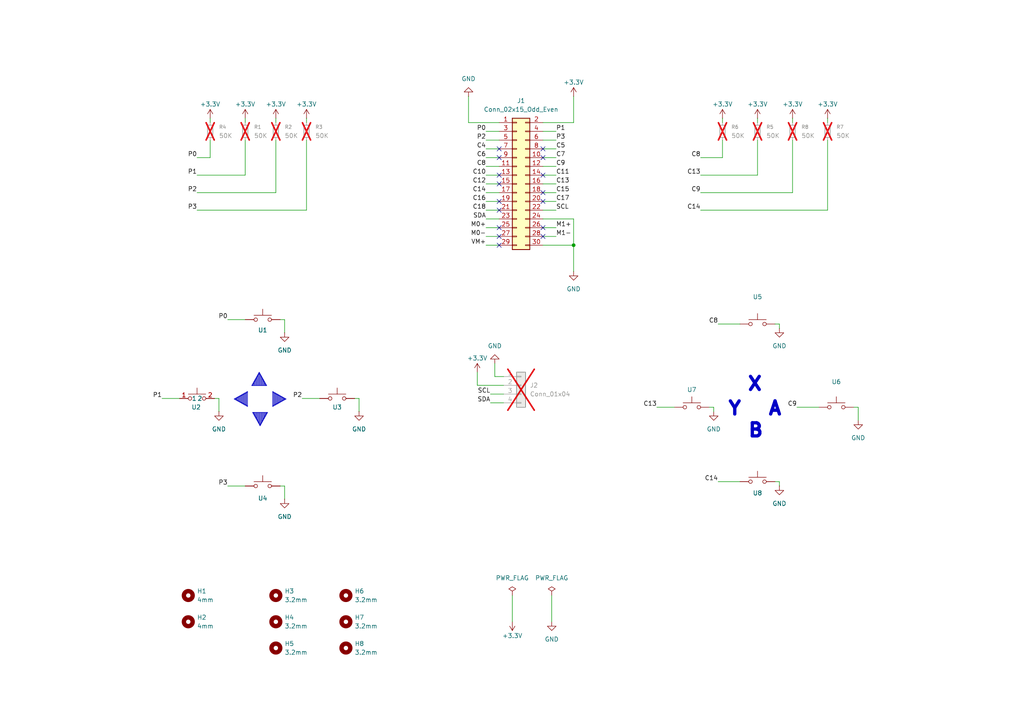
<source format=kicad_sch>
(kicad_sch (version 20250114) (generator "eeschema") (generator_version "9.0")
  (paper "A4")
  (lib_symbols
    (symbol "Connector_Generic:Conn_01x04" (pin_names (offset 1.016) (hide yes))
      (property "Reference" "J" (at 0 5.08 0))
      (property "Value" "Conn_01x04" (at 0 -7.62 0))
      (symbol "Conn_01x04_1_1"
        (rectangle (start -1.27 3.81) (end 1.27 -6.35) (stroke (width 0.254)) (fill (type background)))
        (rectangle (start -1.27 2.667) (end 0 2.413) (stroke (width 0.1524)))
        (rectangle (start -1.27 0.127) (end 0 -0.127) (stroke (width 0.1524)))
        (rectangle (start -1.27 -2.413) (end 0 -2.667) (stroke (width 0.1524)))
        (rectangle (start -1.27 -4.953) (end 0 -5.207) (stroke (width 0.1524)))
        (pin passive line (at -5.08 2.54 0) (length 3.81) (name "Pin_1") (number "1"))
        (pin passive line (at -5.08 0 0) (length 3.81) (name "Pin_2") (number "2"))
        (pin passive line (at -5.08 -2.54 0) (length 3.81) (name "Pin_3") (number "3"))
        (pin passive line (at -5.08 -5.08 0) (length 3.81) (name "Pin_4") (number "4"))
      )
    )
    (symbol "Connector_Generic:Conn_02x15_Odd_Even" (pin_names (offset 1.016) (hide yes))
      (property "Reference" "J" (at 1.27 20.32 0))
      (property "Value" "Conn_02x15_Odd_Even" (at 1.27 -20.32 0))
      (symbol "Conn_02x15_Odd_Even_1_1"
        (rectangle (start -1.27 19.05) (end 3.81 -19.05) (stroke (width 0.254)) (fill (type background)))
        (rectangle (start -1.27 17.907) (end 0 17.653) (stroke (width 0.1524)))
        (rectangle (start -1.27 15.367) (end 0 15.113) (stroke (width 0.1524)))
        (rectangle (start -1.27 12.827) (end 0 12.573) (stroke (width 0.1524)))
        (rectangle (start -1.27 10.287) (end 0 10.033) (stroke (width 0.1524)))
        (rectangle (start -1.27 7.747) (end 0 7.493) (stroke (width 0.1524)))
        (rectangle (start -1.27 5.207) (end 0 4.953) (stroke (width 0.1524)))
        (rectangle (start -1.27 2.667) (end 0 2.413) (stroke (width 0.1524)))
        (rectangle (start -1.27 0.127) (end 0 -0.127) (stroke (width 0.1524)))
        (rectangle (start -1.27 -2.413) (end 0 -2.667) (stroke (width 0.1524)))
        (rectangle (start -1.27 -4.953) (end 0 -5.207) (stroke (width 0.1524)))
        (rectangle (start -1.27 -7.493) (end 0 -7.747) (stroke (width 0.1524)))
        (rectangle (start -1.27 -10.033) (end 0 -10.287) (stroke (width 0.1524)))
        (rectangle (start -1.27 -12.573) (end 0 -12.827) (stroke (width 0.1524)))
        (rectangle (start -1.27 -15.113) (end 0 -15.367) (stroke (width 0.1524)))
        (rectangle (start -1.27 -17.653) (end 0 -17.907) (stroke (width 0.1524)))
        (rectangle (start 3.81 17.907) (end 2.54 17.653) (stroke (width 0.1524)))
        (rectangle (start 3.81 15.367) (end 2.54 15.113) (stroke (width 0.1524)))
        (rectangle (start 3.81 12.827) (end 2.54 12.573) (stroke (width 0.1524)))
        (rectangle (start 3.81 10.287) (end 2.54 10.033) (stroke (width 0.1524)))
        (rectangle (start 3.81 7.747) (end 2.54 7.493) (stroke (width 0.1524)))
        (rectangle (start 3.81 5.207) (end 2.54 4.953) (stroke (width 0.1524)))
        (rectangle (start 3.81 2.667) (end 2.54 2.413) (stroke (width 0.1524)))
        (rectangle (start 3.81 0.127) (end 2.54 -0.127) (stroke (width 0.1524)))
        (rectangle (start 3.81 -2.413) (end 2.54 -2.667) (stroke (width 0.1524)))
        (rectangle (start 3.81 -4.953) (end 2.54 -5.207) (stroke (width 0.1524)))
        (rectangle (start 3.81 -7.493) (end 2.54 -7.747) (stroke (width 0.1524)))
        (rectangle (start 3.81 -10.033) (end 2.54 -10.287) (stroke (width 0.1524)))
        (rectangle (start 3.81 -12.573) (end 2.54 -12.827) (stroke (width 0.1524)))
        (rectangle (start 3.81 -15.113) (end 2.54 -15.367) (stroke (width 0.1524)))
        (rectangle (start 3.81 -17.653) (end 2.54 -17.907) (stroke (width 0.1524)))
        (pin passive line (at -5.08 17.78 0) (length 3.81) (name "Pin_1") (number "1"))
        (pin passive line (at -5.08 15.24 0) (length 3.81) (name "Pin_3") (number "3"))
        (pin passive line (at -5.08 12.7 0) (length 3.81) (name "Pin_5") (number "5"))
        (pin passive line (at -5.08 10.16 0) (length 3.81) (name "Pin_7") (number "7"))
        (pin passive line (at -5.08 7.62 0) (length 3.81) (name "Pin_9") (number "9"))
        (pin passive line (at -5.08 5.08 0) (length 3.81) (name "Pin_11") (number "11"))
        (pin passive line (at -5.08 2.54 0) (length 3.81) (name "Pin_13") (number "13"))
        (pin passive line (at -5.08 0 0) (length 3.81) (name "Pin_15") (number "15"))
        (pin passive line (at -5.08 -2.54 0) (length 3.81) (name "Pin_17") (number "17"))
        (pin passive line (at -5.08 -5.08 0) (length 3.81) (name "Pin_19") (number "19"))
        (pin passive line (at -5.08 -7.62 0) (length 3.81) (name "Pin_21") (number "21"))
        (pin passive line (at -5.08 -10.16 0) (length 3.81) (name "Pin_23") (number "23"))
        (pin passive line (at -5.08 -12.7 0) (length 3.81) (name "Pin_25") (number "25"))
        (pin passive line (at -5.08 -15.24 0) (length 3.81) (name "Pin_27") (number "27"))
        (pin passive line (at -5.08 -17.78 0) (length 3.81) (name "Pin_29") (number "29"))
        (pin passive line (at 7.62 17.78 180) (length 3.81) (name "Pin_2") (number "2"))
        (pin passive line (at 7.62 15.24 180) (length 3.81) (name "Pin_4") (number "4"))
        (pin passive line (at 7.62 12.7 180) (length 3.81) (name "Pin_6") (number "6"))
        (pin passive line (at 7.62 10.16 180) (length 3.81) (name "Pin_8") (number "8"))
        (pin passive line (at 7.62 7.62 180) (length 3.81) (name "Pin_10") (number "10"))
        (pin passive line (at 7.62 5.08 180) (length 3.81) (name "Pin_12") (number "12"))
        (pin passive line (at 7.62 2.54 180) (length 3.81) (name "Pin_14") (number "14"))
        (pin passive line (at 7.62 0 180) (length 3.81) (name "Pin_16") (number "16"))
        (pin passive line (at 7.62 -2.54 180) (length 3.81) (name "Pin_18") (number "18"))
        (pin passive line (at 7.62 -5.08 180) (length 3.81) (name "Pin_20") (number "20"))
        (pin passive line (at 7.62 -7.62 180) (length 3.81) (name "Pin_22") (number "22"))
        (pin passive line (at 7.62 -10.16 180) (length 3.81) (name "Pin_24") (number "24"))
        (pin passive line (at 7.62 -12.7 180) (length 3.81) (name "Pin_26") (number "26"))
        (pin passive line (at 7.62 -15.24 180) (length 3.81) (name "Pin_28") (number "28"))
        (pin passive line (at 7.62 -17.78 180) (length 3.81) (name "Pin_30") (number "30"))
      )
    )
    (symbol "Device:R_Small" (pin_numbers (hide yes)) (pin_names (offset 0.254) (hide yes))
      (property "Reference" "R" (at 0 0 90))
      (property "Value" "R_Small" (at 1.778 0 90))
      (symbol "R_Small_0_1"
        (rectangle (start -0.762 1.778) (end 0.762 -1.778) (stroke (width 0.2032)))
      )
      (symbol "R_Small_1_1"
        (pin passive line (at 0 2.54 270) (length 0.762) (name "~") (number "1"))
        (pin passive line (at 0 -2.54 90) (length 0.762) (name "~") (number "2"))
      )
    )
    (symbol "Mechanical:MountingHole" (pin_names (offset 1.016)) (in_bom no)
      (property "Reference" "H" (at 0 5.08 0))
      (property "Value" "MountingHole" (at 0 3.175 0))
      (symbol "MountingHole_0_1"
        (circle (center 0 0) (radius 1.27) (stroke (width 1.27)))
      )
    )
    (symbol "SW_Push_1" (pin_names (offset 1.016))
      (property "Reference" "SW" (at 1.27 2.54 0))
      (property "Value" "SW_Push" (at 0 -1.524 0))
      (symbol "SW_Push_1_0_1"
        (circle (center -2.032 0) (radius 0.508))
        (polyline (pts (xy 0 1.27) (xy 0 3.048)))
        (circle (center 2.032 0) (radius 0.508))
        (polyline (pts (xy 2.54 1.27) (xy -2.54 1.27)))
        (pin passive line (at -5.08 0 0) (length 2.54) (name "1") (number "1"))
        (pin passive line (at 5.08 0 180) (length 2.54) (name "2") (number "2"))
      )
    )
    (symbol "Switch:SW_Push" (pin_numbers (hide yes)) (pin_names (offset 1.016) (hide yes))
      (property "Reference" "SW" (at 1.27 2.54 0))
      (property "Value" "SW_Push" (at 0 -1.524 0))
      (symbol "SW_Push_0_1"
        (circle (center -2.032 0) (radius 0.508))
        (polyline (pts (xy 0 1.27) (xy 0 3.048)))
        (circle (center 2.032 0) (radius 0.508))
        (polyline (pts (xy 2.54 1.27) (xy -2.54 1.27)))
        (pin passive line (at -5.08 0 0) (length 2.54) (name "1") (number "1"))
        (pin passive line (at 5.08 0 180) (length 2.54) (name "2") (number "2"))
      )
    )
    (symbol "power:+3.3V" (power) (pin_numbers (hide yes)) (pin_names (offset 0) (hide yes))
      (property "Value" "+3.3V" (at 0 3.556 0))
      (symbol "+3.3V_0_1"
        (polyline (pts (xy -0.762 1.27) (xy 0 2.54)))
        (polyline (pts (xy 0 2.54) (xy 0.762 1.27)))
        (polyline (pts (xy 0 0) (xy 0 2.54)))
      )
      (symbol "+3.3V_1_1"
        (pin power_in line (at 0 0 90) (length 0) (name "~") (number "1"))
      )
    )
    (symbol "power:GND" (power) (pin_numbers (hide yes)) (pin_names (offset 0) (hide yes))
      (property "Value" "GND" (at 0 -3.81 0))
      (symbol "GND_0_1"
        (polyline (pts (xy 0 0) (xy 0 -1.27) (xy 1.27 -1.27) (xy 0 -2.54) (xy -1.27 -1.27) (xy 0 -1.27)))
      )
      (symbol "GND_1_1"
        (pin power_in line (at 0 0 270) (length 0) (name "~") (number "1"))
      )
    )
    (symbol "power:PWR_FLAG" (power) (pin_numbers (hide yes)) (pin_names (offset 0) (hide yes))
      (property "Value" "PWR_FLAG" (at 0 3.81 0))
      (symbol "PWR_FLAG_0_0"
        (pin power_out line (at 0 0 90) (length 0) (name "~") (number "1"))
      )
      (symbol "PWR_FLAG_0_1"
        (polyline (pts (xy 0 0) (xy 0 1.27) (xy -1.016 1.905) (xy 0 2.54) (xy 1.016 1.905) (xy 0 1.27)))
      )
    )
  )
  (text "X" (at 218.948 111.506 0) (effects (font (size 3.81 3.81) (thickness 1.016) (bold yes))))
  (text "Y" (at 213.106 118.618 0) (effects (font (size 3.81 3.81) (thickness 1.016) (bold yes))))
  (text "▲" (at 75.184 109.728 0) (effects (font (size 5.08 5.08))))
  (text "▶" (at 81.026 115.57 0) (effects (font (size 5.08 5.08))))
  (text "B" (at 219.202 124.968 0) (effects (font (size 3.81 3.81) (thickness 1.016) (bold yes))))
  (text "A" (at 224.79 118.618 0) (effects (font (size 3.81 3.81) (thickness 1.016) (bold yes))))
  (text "◀" (at 69.85 115.57 0) (effects (font (size 5.08 5.08))))
  (text "▼" (at 75.438 121.412 0) (effects (font (size 5.08 5.08))))
  (junction (at 166.37 71.12))
  (no_connect (at 157.48 50.8))
  (no_connect (at 144.78 66.04))
  (no_connect (at 157.48 55.88))
  (no_connect (at 157.48 68.58))
  (no_connect (at 144.78 68.58))
  (no_connect (at 144.78 43.18))
  (no_connect (at 144.78 53.34))
  (no_connect (at 144.78 71.12))
  (no_connect (at 144.78 45.72))
  (no_connect (at 144.78 58.42))
  (no_connect (at 157.48 66.04))
  (no_connect (at 157.48 58.42))
  (no_connect (at 144.78 50.8))
  (no_connect (at 157.48 43.18))
  (no_connect (at 144.78 60.96))
  (no_connect (at 157.48 45.72))
  (wire (pts (xy 208.28 139.7) (xy 214.63 139.7)))
  (wire (pts (xy 135.89 35.56) (xy 144.78 35.56)))
  (wire (pts (xy 209.55 45.72) (xy 209.55 40.64)))
  (wire (pts (xy 166.37 63.5) (xy 166.37 71.12)))
  (wire (pts (xy 81.28 92.71) (xy 82.55 92.71)))
  (wire (pts (xy 208.28 93.98) (xy 214.63 93.98)))
  (wire (pts (xy 157.48 45.72) (xy 161.29 45.72)))
  (wire (pts (xy 140.97 38.1) (xy 144.78 38.1)))
  (wire (pts (xy 71.12 50.8) (xy 71.12 40.64)))
  (wire (pts (xy 157.48 71.12) (xy 166.37 71.12)))
  (wire (pts (xy 157.48 66.04) (xy 161.29 66.04)))
  (wire (pts (xy 157.48 63.5) (xy 166.37 63.5)))
  (wire (pts (xy 140.97 55.88) (xy 144.78 55.88)))
  (wire (pts (xy 240.03 34.29) (xy 240.03 35.56)))
  (wire (pts (xy 157.48 58.42) (xy 161.29 58.42)))
  (wire (pts (xy 143.51 105.41) (xy 143.51 109.22)))
  (wire (pts (xy 57.15 45.72) (xy 60.96 45.72)))
  (wire (pts (xy 157.48 53.34) (xy 161.29 53.34)))
  (wire (pts (xy 240.03 60.96) (xy 240.03 40.64)))
  (wire (pts (xy 135.89 35.56) (xy 135.89 27.94)))
  (wire (pts (xy 190.5 118.11) (xy 195.58 118.11)))
  (wire (pts (xy 63.5 115.57) (xy 63.5 119.38)))
  (wire (pts (xy 148.59 172.72) (xy 148.59 180.34)))
  (wire (pts (xy 248.92 118.11) (xy 248.92 121.92)))
  (wire (pts (xy 140.97 53.34) (xy 144.78 53.34)))
  (wire (pts (xy 157.48 43.18) (xy 161.29 43.18)))
  (wire (pts (xy 157.48 40.64) (xy 161.29 40.64)))
  (wire (pts (xy 247.65 118.11) (xy 248.92 118.11)))
  (wire (pts (xy 224.79 93.98) (xy 226.06 93.98)))
  (wire (pts (xy 143.51 109.22) (xy 146.05 109.22)))
  (wire (pts (xy 140.97 68.58) (xy 144.78 68.58)))
  (wire (pts (xy 140.97 45.72) (xy 144.78 45.72)))
  (wire (pts (xy 142.24 116.84) (xy 146.05 116.84)))
  (wire (pts (xy 157.48 35.56) (xy 166.37 35.56)))
  (wire (pts (xy 219.71 34.29) (xy 219.71 35.56)))
  (wire (pts (xy 140.97 58.42) (xy 144.78 58.42)))
  (wire (pts (xy 140.97 66.04) (xy 144.78 66.04)))
  (wire (pts (xy 62.23 115.57) (xy 63.5 115.57)))
  (wire (pts (xy 82.55 92.71) (xy 82.55 96.52)))
  (wire (pts (xy 203.2 50.8) (xy 219.71 50.8)))
  (wire (pts (xy 140.97 43.18) (xy 144.78 43.18)))
  (wire (pts (xy 207.01 118.11) (xy 207.01 119.38)))
  (wire (pts (xy 203.2 55.88) (xy 229.87 55.88)))
  (wire (pts (xy 140.97 71.12) (xy 144.78 71.12)))
  (wire (pts (xy 229.87 55.88) (xy 229.87 40.64)))
  (wire (pts (xy 82.55 140.97) (xy 82.55 144.78)))
  (wire (pts (xy 80.01 34.29) (xy 80.01 35.56)))
  (wire (pts (xy 140.97 60.96) (xy 144.78 60.96)))
  (wire (pts (xy 140.97 63.5) (xy 144.78 63.5)))
  (wire (pts (xy 140.97 40.64) (xy 144.78 40.64)))
  (wire (pts (xy 87.63 115.57) (xy 92.71 115.57)))
  (wire (pts (xy 231.14 118.11) (xy 237.49 118.11)))
  (wire (pts (xy 209.55 34.29) (xy 209.55 35.56)))
  (wire (pts (xy 205.74 118.11) (xy 207.01 118.11)))
  (wire (pts (xy 60.96 45.72) (xy 60.96 40.64)))
  (wire (pts (xy 142.24 114.3) (xy 146.05 114.3)))
  (wire (pts (xy 138.43 111.76) (xy 146.05 111.76)))
  (wire (pts (xy 71.12 34.29) (xy 71.12 35.56)))
  (wire (pts (xy 160.02 172.72) (xy 160.02 180.34)))
  (wire (pts (xy 219.71 50.8) (xy 219.71 40.64)))
  (wire (pts (xy 226.06 93.98) (xy 226.06 95.25)))
  (wire (pts (xy 203.2 60.96) (xy 240.03 60.96)))
  (wire (pts (xy 88.9 34.29) (xy 88.9 35.56)))
  (wire (pts (xy 80.01 55.88) (xy 80.01 40.64)))
  (wire (pts (xy 66.04 140.97) (xy 71.12 140.97)))
  (wire (pts (xy 166.37 71.12) (xy 166.37 78.74)))
  (wire (pts (xy 157.48 48.26) (xy 161.29 48.26)))
  (wire (pts (xy 57.15 60.96) (xy 88.9 60.96)))
  (wire (pts (xy 157.48 60.96) (xy 161.29 60.96)))
  (wire (pts (xy 57.15 55.88) (xy 80.01 55.88)))
  (wire (pts (xy 157.48 55.88) (xy 161.29 55.88)))
  (wire (pts (xy 88.9 60.96) (xy 88.9 40.64)))
  (wire (pts (xy 226.06 139.7) (xy 226.06 140.97)))
  (wire (pts (xy 140.97 48.26) (xy 144.78 48.26)))
  (wire (pts (xy 57.15 50.8) (xy 71.12 50.8)))
  (wire (pts (xy 157.48 50.8) (xy 161.29 50.8)))
  (wire (pts (xy 60.96 34.29) (xy 60.96 35.56)))
  (wire (pts (xy 157.48 68.58) (xy 161.29 68.58)))
  (wire (pts (xy 46.99 115.57) (xy 52.07 115.57)))
  (wire (pts (xy 203.2 45.72) (xy 209.55 45.72)))
  (wire (pts (xy 138.43 107.95) (xy 138.43 111.76)))
  (wire (pts (xy 104.14 115.57) (xy 104.14 119.38)))
  (wire (pts (xy 166.37 35.56) (xy 166.37 27.94)))
  (wire (pts (xy 224.79 139.7) (xy 226.06 139.7)))
  (wire (pts (xy 66.04 92.71) (xy 71.12 92.71)))
  (wire (pts (xy 102.87 115.57) (xy 104.14 115.57)))
  (wire (pts (xy 157.48 38.1) (xy 161.29 38.1)))
  (wire (pts (xy 229.87 34.29) (xy 229.87 35.56)))
  (wire (pts (xy 81.28 140.97) (xy 82.55 140.97)))
  (wire (pts (xy 140.97 50.8) (xy 144.78 50.8)))
  (label "C10" (at 140.97 50.8 180))
  (label "SCL" (at 142.24 114.3 180))
  (label "C9" (at 161.29 48.26 0))
  (label "SDA" (at 142.24 116.84 180))
  (label "C5" (at 161.29 43.18 0))
  (label "C15" (at 161.29 55.88 0))
  (label "C14" (at 203.2 60.96 180))
  (label "C17" (at 161.29 58.42 0))
  (label "P2" (at 57.15 55.88 180))
  (label "M1+" (at 161.29 66.04 0))
  (label "C14" (at 208.28 139.7 180))
  (label "P3" (at 66.04 140.97 180))
  (label "VM+" (at 140.97 71.12 180))
  (label "M1-" (at 161.29 68.58 0))
  (label "P0" (at 57.15 45.72 180))
  (label "C13" (at 161.29 53.34 0))
  (label "C4" (at 140.97 43.18 180))
  (label "P2" (at 140.97 40.64 180))
  (label "P1" (at 161.29 38.1 0))
  (label "C8" (at 140.97 48.26 180))
  (label "SCL" (at 161.29 60.96 0))
  (label "C7" (at 161.29 45.72 0))
  (label "C13" (at 203.2 50.8 180))
  (label "P1" (at 46.99 115.57 180))
  (label "C8" (at 203.2 45.72 180))
  (label "M0-" (at 140.97 68.58 180))
  (label "C6" (at 140.97 45.72 180))
  (label "C9" (at 231.14 118.11 180))
  (label "P3" (at 161.29 40.64 0))
  (label "C11" (at 161.29 50.8 0))
  (label "C14" (at 140.97 55.88 180))
  (label "P3" (at 57.15 60.96 180))
  (label "C12" (at 140.97 53.34 180))
  (label "P0" (at 140.97 38.1 180))
  (label "C18" (at 140.97 60.96 180))
  (label "SDA" (at 140.97 63.5 180))
  (label "C9" (at 203.2 55.88 180))
  (label "C8" (at 208.28 93.98 180))
  (label "M0+" (at 140.97 66.04 180))
  (label "C13" (at 190.5 118.11 180))
  (label "P2" (at 87.63 115.57 180))
  (label "P0" (at 66.04 92.71 180))
  (label "P1" (at 57.15 50.8 180))
  (label "C16" (at 140.97 58.42 180))
  (symbol (lib_id "power:+3.3V") (at 209.55 34.29 0) (unit 1)
    (property "Reference" "#PWR011" (effects (hide yes)))
    (property "Value" "+3.3V" (at 209.55 30.226 0))
    (property "Description" "Power symbol creates a global label with name \"+3.3V\"" (effects (hide yes)))
  )
  (symbol (lib_id "power:PWR_FLAG") (at 160.02 172.72 0) (unit 1)
    (property "Reference" "#FLG02" (effects (hide yes)))
    (property "Value" "PWR_FLAG" (at 160.02 167.64 0))
    (property "Description" "Special symbol for telling ERC where power comes from" (effects (hide yes)))
  )
  (symbol (lib_id "Mechanical:MountingHole") (at 100.33 180.34 0) (unit 1) (in_bom no)
    (property "Reference" "H7" (at 102.87 179.0699 0) (effects (justify left)))
    (property "Value" "3.2mm" (at 102.87 181.6099 0) (effects (justify left)))
    (property "Footprint" "MountingHole:MountingHole_3.2mm_M3_DIN965" (effects (hide yes)))
    (property "Description" "Mounting Hole without connection" (effects (hide yes)))
  )
  (symbol (lib_id "power:+3.3V") (at 240.03 34.29 0) (unit 1)
    (property "Reference" "#PWR013" (effects (hide yes)))
    (property "Value" "+3.3V" (at 240.03 30.226 0))
    (property "Description" "Power symbol creates a global label with name \"+3.3V\"" (effects (hide yes)))
  )
  (symbol (lib_id "power:GND") (at 135.89 27.94 180) (unit 1)
    (property "Reference" "#PWR017" (effects (hide yes)))
    (property "Value" "GND" (at 135.89 22.86 0))
    (property "Description" "Power symbol creates a global label with name \"GND\" , ground" (effects (hide yes)))
  )
  (symbol (lib_id "Device:R_Small") (at 80.01 38.1 0) (unit 1) (dnp yes)
    (property "Reference" "R2" (at 82.55 36.83 0) (effects (font (size 1.016 1.016)) (justify left)))
    (property "Value" "50K" (at 82.55 39.3699 0) (effects (justify left)))
    (property "Footprint" "Resistor_THT:R_Axial_DIN0207_L6.3mm_D2.5mm_P15.24mm_Horizontal" (effects (hide yes)))
    (property "Description" "Resistor, small symbol" (effects (hide yes)))
  )
  (symbol (lib_id "Switch:SW_Push") (at 76.2 92.71 0) (unit 1)
    (property "Reference" "U1" (at 76.2 95.758 0))
    (property "Value" "SW_MEC_5E" (effects (hide yes)))
    (property "Footprint" "Button_Switch_THT:SW_PUSH_6mm" (effects (hide yes)))
    (property "Description" "Push button switch, generic, two pins" (effects (hide yes)))
  )
  (symbol (lib_id "power:GND") (at 143.51 105.41 180) (unit 1)
    (property "Reference" "#PWR020" (effects (hide yes)))
    (property "Value" "GND" (at 143.51 100.33 0))
    (property "Description" "Power symbol creates a global label with name \"GND\" , ground" (effects (hide yes)))
  )
  (symbol (lib_id "Switch:SW_Push") (at 97.79 115.57 0) (unit 1)
    (property "Reference" "U3" (at 97.79 118.11 0))
    (property "Value" "SW_MEC_5E" (effects (hide yes)))
    (property "Footprint" "Button_Switch_THT:SW_PUSH_6mm" (effects (hide yes)))
    (property "Description" "Push button switch, generic, two pins" (effects (hide yes)))
  )
  (symbol (lib_id "Mechanical:MountingHole") (at 100.33 172.72 0) (unit 1) (in_bom no)
    (property "Reference" "H6" (at 102.87 171.4499 0) (effects (justify left)))
    (property "Value" "3.2mm" (at 102.87 173.9899 0) (effects (justify left)))
    (property "Footprint" "MountingHole:MountingHole_3.2mm_M3_DIN965" (effects (hide yes)))
    (property "Description" "Mounting Hole without connection" (effects (hide yes)))
  )
  (symbol (lib_id "Device:R_Small") (at 219.71 38.1 0) (unit 1) (dnp yes)
    (property "Reference" "R5" (at 222.25 36.83 0) (effects (font (size 1.016 1.016)) (justify left)))
    (property "Value" "50K" (at 222.25 39.3699 0) (effects (justify left)))
    (property "Footprint" "Resistor_THT:R_Axial_DIN0207_L6.3mm_D2.5mm_P15.24mm_Horizontal" (effects (hide yes)))
    (property "Description" "Resistor, small symbol" (effects (hide yes)))
  )
  (symbol (lib_id "Switch:SW_Push") (at 242.57 118.11 0) (unit 1)
    (property "Reference" "U6" (at 242.57 110.744 0))
    (property "Value" "SW_MEC_5E" (effects (hide yes)))
    (property "Footprint" "Button_Switch_THT:SW_PUSH_6mm" (effects (hide yes)))
    (property "Description" "Push button switch, generic, two pins" (effects (hide yes)))
  )
  (symbol (lib_id "Device:R_Small") (at 229.87 38.1 0) (unit 1) (dnp yes)
    (property "Reference" "R8" (at 232.41 36.83 0) (effects (font (size 1.016 1.016)) (justify left)))
    (property "Value" "50K" (at 232.41 39.3699 0) (effects (justify left)))
    (property "Footprint" "Resistor_THT:R_Axial_DIN0207_L6.3mm_D2.5mm_P15.24mm_Horizontal" (effects (hide yes)))
    (property "Description" "Resistor, small symbol" (effects (hide yes)))
  )
  (symbol (lib_id "Switch:SW_Push") (at 76.2 140.97 0) (unit 1)
    (property "Reference" "U4" (at 76.2 144.526 0))
    (property "Value" "SW_MEC_5E" (effects (hide yes)))
    (property "Footprint" "Button_Switch_THT:SW_PUSH_6mm" (effects (hide yes)))
    (property "Description" "Push button switch, generic, two pins" (effects (hide yes)))
  )
  (symbol (lib_id "power:GND") (at 226.06 140.97 0) (unit 1)
    (property "Reference" "#PWR014" (effects (hide yes)))
    (property "Value" "GND" (at 226.06 146.05 0))
    (property "Description" "Power symbol creates a global label with name \"GND\" , ground" (effects (hide yes)))
  )
  (symbol (lib_id "power:+3.3V") (at 138.43 107.95 0) (unit 1)
    (property "Reference" "#PWR021" (effects (hide yes)))
    (property "Value" "+3.3V" (at 138.43 103.886 0))
    (property "Description" "Power symbol creates a global label with name \"+3.3V\"" (effects (hide yes)))
  )
  (symbol (lib_id "Mechanical:MountingHole") (at 54.61 172.72 0) (unit 1) (in_bom no)
    (property "Reference" "H1" (at 57.15 171.4499 0) (effects (justify left)))
    (property "Value" "4mm" (at 57.15 173.9899 0) (effects (justify left)))
    (property "Footprint" "MountingHole:MountingHole_4mm" (effects (hide yes)))
    (property "Description" "Mounting Hole without connection" (effects (hide yes)))
  )
  (symbol (lib_id "power:GND") (at 166.37 78.74 0) (unit 1)
    (property "Reference" "#PWR019" (effects (hide yes)))
    (property "Value" "GND" (at 166.37 83.82 0))
    (property "Description" "Power symbol creates a global label with name \"GND\" , ground" (effects (hide yes)))
  )
  (symbol (lib_id "power:GND") (at 104.14 119.38 0) (unit 1)
    (property "Reference" "#PWR04" (effects (hide yes)))
    (property "Value" "GND" (at 104.14 124.46 0))
    (property "Description" "Power symbol creates a global label with name \"GND\" , ground" (effects (hide yes)))
  )
  (symbol (lib_id "power:GND") (at 82.55 144.78 0) (unit 1)
    (property "Reference" "#PWR06" (effects (hide yes)))
    (property "Value" "GND" (at 82.55 149.86 0))
    (property "Description" "Power symbol creates a global label with name \"GND\" , ground" (effects (hide yes)))
  )
  (symbol (lib_id "Mechanical:MountingHole") (at 100.33 187.96 0) (unit 1) (in_bom no)
    (property "Reference" "H8" (at 102.87 186.6899 0) (effects (justify left)))
    (property "Value" "3.2mm" (at 102.87 189.2299 0) (effects (justify left)))
    (property "Footprint" "MountingHole:MountingHole_3.2mm_M3_DIN965" (effects (hide yes)))
    (property "Description" "Mounting Hole without connection" (effects (hide yes)))
  )
  (symbol (lib_id "Device:R_Small") (at 88.9 38.1 0) (unit 1) (dnp yes)
    (property "Reference" "R3" (at 91.44 36.83 0) (effects (font (size 1.016 1.016)) (justify left)))
    (property "Value" "50K" (at 91.44 39.3699 0) (effects (justify left)))
    (property "Footprint" "Resistor_THT:R_Axial_DIN0207_L6.3mm_D2.5mm_P15.24mm_Horizontal" (effects (hide yes)))
    (property "Description" "Resistor, small symbol" (effects (hide yes)))
  )
  (symbol (lib_id "Mechanical:MountingHole") (at 54.61 180.34 0) (unit 1) (in_bom no)
    (property "Reference" "H2" (at 57.15 179.0699 0) (effects (justify left)))
    (property "Value" "4mm" (at 57.15 181.6099 0) (effects (justify left)))
    (property "Footprint" "MountingHole:MountingHole_4mm" (effects (hide yes)))
    (property "Description" "Mounting Hole without connection" (effects (hide yes)))
  )
  (symbol (lib_id "power:+3.3V") (at 71.12 34.29 0) (unit 1)
    (property "Reference" "#PWR024" (effects (hide yes)))
    (property "Value" "+3.3V" (at 71.12 30.226 0))
    (property "Description" "Power symbol creates a global label with name \"+3.3V\"" (effects (hide yes)))
  )
  (symbol (lib_id "power:GND") (at 63.5 119.38 0) (unit 1)
    (property "Reference" "#PWR01" (effects (hide yes)))
    (property "Value" "GND" (at 63.5 124.46 0))
    (property "Description" "Power symbol creates a global label with name \"GND\" , ground" (effects (hide yes)))
  )
  (symbol (lib_id "power:GND") (at 160.02 180.34 0) (unit 1)
    (property "Reference" "#PWR023" (effects (hide yes)))
    (property "Value" "GND" (at 160.02 185.42 0))
    (property "Description" "Power symbol creates a global label with name \"GND\" , ground" (effects (hide yes)))
  )
  (symbol (lib_id "power:GND") (at 226.06 95.25 0) (unit 1)
    (property "Reference" "#PWR012" (effects (hide yes)))
    (property "Value" "GND" (at 226.06 100.33 0))
    (property "Description" "Power symbol creates a global label with name \"GND\" , ground" (effects (hide yes)))
  )
  (symbol (lib_id "Mechanical:MountingHole") (at 80.01 180.34 0) (unit 1) (in_bom no)
    (property "Reference" "H4" (at 82.55 179.0699 0) (effects (justify left)))
    (property "Value" "3.2mm" (at 82.55 181.6099 0) (effects (justify left)))
    (property "Footprint" "MountingHole:MountingHole_3.2mm_M3_DIN965" (effects (hide yes)))
    (property "Description" "Mounting Hole without connection" (effects (hide yes)))
  )
  (symbol (lib_id "power:PWR_FLAG") (at 148.59 172.72 0) (unit 1)
    (property "Reference" "#FLG01" (effects (hide yes)))
    (property "Value" "PWR_FLAG" (at 148.59 167.64 0))
    (property "Description" "Special symbol for telling ERC where power comes from" (effects (hide yes)))
  )
  (symbol (lib_id "Switch:SW_Push") (at 219.71 139.7 0) (unit 1)
    (property "Reference" "U8" (at 219.71 143.002 0))
    (property "Value" "SW_MEC_5E" (effects (hide yes)))
    (property "Footprint" "Button_Switch_THT:SW_PUSH_6mm" (effects (hide yes)))
    (property "Description" "Push button switch, generic, two pins" (effects (hide yes)))
  )
  (symbol (lib_id "power:+3.3V") (at 148.59 180.34 180) (unit 1)
    (property "Reference" "#PWR022" (effects (hide yes)))
    (property "Value" "+3.3V" (at 148.59 184.404 0))
    (property "Description" "Power symbol creates a global label with name \"+3.3V\"" (effects (hide yes)))
  )
  (symbol (lib_id "power:GND") (at 82.55 96.52 0) (unit 1)
    (property "Reference" "#PWR08" (effects (hide yes)))
    (property "Value" "GND" (at 82.55 101.6 0))
    (property "Description" "Power symbol creates a global label with name \"GND\" , ground" (effects (hide yes)))
  )
  (symbol (lib_id "power:+3.3V") (at 219.71 34.29 0) (unit 1)
    (property "Reference" "#PWR09" (effects (hide yes)))
    (property "Value" "+3.3V" (at 219.71 30.226 0))
    (property "Description" "Power symbol creates a global label with name \"+3.3V\"" (effects (hide yes)))
  )
  (symbol (lib_id "Mechanical:MountingHole") (at 80.01 172.72 0) (unit 1) (in_bom no)
    (property "Reference" "H3" (at 82.55 171.4499 0) (effects (justify left)))
    (property "Value" "3.2mm" (at 82.55 173.9899 0) (effects (justify left)))
    (property "Footprint" "MountingHole:MountingHole_3.2mm_M3_DIN965" (effects (hide yes)))
    (property "Description" "Mounting Hole without connection" (effects (hide yes)))
  )
  (symbol (lib_id "Device:R_Small") (at 240.03 38.1 0) (unit 1) (dnp yes)
    (property "Reference" "R7" (at 242.57 36.83 0) (effects (font (size 1.016 1.016)) (justify left)))
    (property "Value" "50K" (at 242.57 39.3699 0) (effects (justify left)))
    (property "Footprint" "Resistor_THT:R_Axial_DIN0207_L6.3mm_D2.5mm_P15.24mm_Horizontal" (effects (hide yes)))
    (property "Description" "Resistor, small symbol" (effects (hide yes)))
  )
  (symbol (lib_name "SW_Push_1") (lib_id "Switch:SW_Push") (at 57.15 115.57 0) (unit 1)
    (property "Reference" "U2" (at 56.896 118.11 0))
    (property "Value" "SW_MEC_5E" (effects (hide yes)))
    (property "Footprint" "Button_Switch_THT:SW_PUSH_6mm" (effects (hide yes)))
    (property "Description" "Push button switch, generic, two pins" (effects (hide yes)))
  )
  (symbol (lib_id "Connector_Generic:Conn_02x15_Odd_Even") (at 149.86 53.34 0) (unit 1)
    (property "Reference" "J1" (at 151.13 29.21 0))
    (property "Value" "Conn_02x15_Odd_Even" (at 151.13 31.75 0))
    (property "Footprint" "Connector_PinHeader_2.54mm:PinHeader_2x15_P2.54mm_Vertical" (effects (hide yes)))
    (property "Description" "Generic connector, double row, 02x15, odd/even pin numbering scheme (row 1 odd numbers, row 2 even numbers), script generated (kicad-library-utils/schlib/autogen/connector/)" (effects (hide yes)))
  )
  (symbol (lib_id "power:+3.3V") (at 60.96 34.29 0) (unit 1)
    (property "Reference" "#PWR02" (effects (hide yes)))
    (property "Value" "+3.3V" (at 60.96 30.226 0))
    (property "Description" "Power symbol creates a global label with name \"+3.3V\"" (effects (hide yes)))
  )
  (symbol (lib_id "power:GND") (at 207.01 119.38 0) (unit 1)
    (property "Reference" "#PWR010" (effects (hide yes)))
    (property "Value" "GND" (at 207.01 124.46 0))
    (property "Description" "Power symbol creates a global label with name \"GND\" , ground" (effects (hide yes)))
  )
  (symbol (lib_id "Device:R_Small") (at 71.12 38.1 0) (unit 1) (dnp yes)
    (property "Reference" "R1" (at 73.66 36.83 0) (effects (font (size 1.016 1.016)) (justify left)))
    (property "Value" "50K" (at 73.66 39.3699 0) (effects (justify left)))
    (property "Footprint" "Resistor_THT:R_Axial_DIN0207_L6.3mm_D2.5mm_P15.24mm_Horizontal" (effects (hide yes)))
    (property "Description" "Resistor, small symbol" (effects (hide yes)))
  )
  (symbol (lib_id "Device:R_Small") (at 60.96 38.1 0) (unit 1) (dnp yes)
    (property "Reference" "R4" (at 63.5 36.83 0) (effects (font (size 1.016 1.016)) (justify left)))
    (property "Value" "50K" (at 63.5 39.3699 0) (effects (justify left)))
    (property "Footprint" "Resistor_THT:R_Axial_DIN0207_L6.3mm_D2.5mm_P15.24mm_Horizontal" (effects (hide yes)))
    (property "Description" "Resistor, small symbol" (effects (hide yes)))
  )
  (symbol (lib_id "Switch:SW_Push") (at 219.71 93.98 0) (unit 1)
    (property "Reference" "U5" (at 219.71 86.106 0))
    (property "Value" "SW_MEC_5E" (effects (hide yes)))
    (property "Footprint" "Button_Switch_THT:SW_PUSH_6mm" (effects (hide yes)))
    (property "Description" "Push button switch, generic, two pins" (effects (hide yes)))
  )
  (symbol (lib_id "power:GND") (at 248.92 121.92 0) (unit 1)
    (property "Reference" "#PWR016" (effects (hide yes)))
    (property "Value" "GND" (at 248.92 127 0))
    (property "Description" "Power symbol creates a global label with name \"GND\" , ground" (effects (hide yes)))
  )
  (symbol (lib_id "power:+3.3V") (at 80.01 34.29 0) (unit 1)
    (property "Reference" "#PWR025" (effects (hide yes)))
    (property "Value" "+3.3V" (at 80.01 30.226 0))
    (property "Description" "Power symbol creates a global label with name \"+3.3V\"" (effects (hide yes)))
  )
  (symbol (lib_id "Device:R_Small") (at 209.55 38.1 0) (unit 1) (dnp yes)
    (property "Reference" "R6" (at 212.09 36.83 0) (effects (font (size 1.016 1.016)) (justify left)))
    (property "Value" "50K" (at 212.09 39.3699 0) (effects (justify left)))
    (property "Footprint" "Resistor_THT:R_Axial_DIN0207_L6.3mm_D2.5mm_P15.24mm_Horizontal" (effects (hide yes)))
    (property "Description" "Resistor, small symbol" (effects (hide yes)))
  )
  (symbol (lib_id "Connector_Generic:Conn_01x04") (at 151.13 111.76 0) (unit 1) (dnp yes)
    (property "Reference" "J2" (at 153.67 111.7599 0) (effects (justify left)))
    (property "Value" "Conn_01x04" (at 153.67 114.2999 0) (effects (justify left)))
    (property "Footprint" "Connector_PinSocket_2.54mm:PinSocket_1x04_P2.54mm_Vertical" (effects (hide yes)))
    (property "Description" "Generic connector, single row, 01x04, script generated (kicad-library-utils/schlib/autogen/connector/)" (effects (hide yes)))
  )
  (symbol (lib_id "Mechanical:MountingHole") (at 80.01 187.96 0) (unit 1) (in_bom no)
    (property "Reference" "H5" (at 82.55 186.6899 0) (effects (justify left)))
    (property "Value" "3.2mm" (at 82.55 189.2299 0) (effects (justify left)))
    (property "Footprint" "MountingHole:MountingHole_3.2mm_M3_DIN965" (effects (hide yes)))
    (property "Description" "Mounting Hole without connection" (effects (hide yes)))
  )
  (symbol (lib_id "power:+3.3V") (at 229.87 34.29 0) (unit 1)
    (property "Reference" "#PWR015" (effects (hide yes)))
    (property "Value" "+3.3V" (at 229.87 30.226 0))
    (property "Description" "Power symbol creates a global label with name \"+3.3V\"" (effects (hide yes)))
  )
  (symbol (lib_id "Switch:SW_Push") (at 200.66 118.11 0) (unit 1)
    (property "Reference" "U7" (at 200.66 113.03 0))
    (property "Value" "SW_MEC_5E" (effects (hide yes)))
    (property "Footprint" "Button_Switch_THT:SW_PUSH_6mm" (effects (hide yes)))
    (property "Description" "Push button switch, generic, two pins" (effects (hide yes)))
  )
  (symbol (lib_id "power:+3.3V") (at 166.37 27.94 0) (unit 1)
    (property "Reference" "#PWR018" (effects (hide yes)))
    (property "Value" "+3.3V" (at 166.37 23.876 0))
    (property "Description" "Power symbol creates a global label with name \"+3.3V\"" (effects (hide yes)))
  )
  (symbol (lib_id "power:+3.3V") (at 88.9 34.29 0) (unit 1)
    (property "Reference" "#PWR026" (effects (hide yes)))
    (property "Value" "+3.3V" (at 88.9 30.226 0))
    (property "Description" "Power symbol creates a global label with name \"+3.3V\"" (effects (hide yes)))
  )
)
</source>
